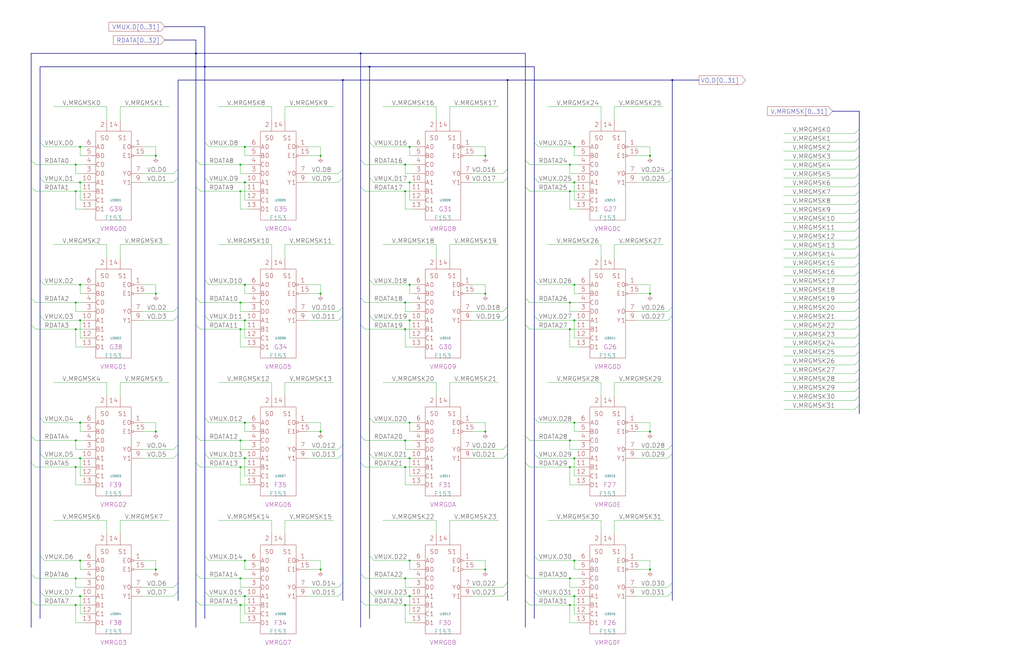
<source format=kicad_sch>
(kicad_sch (version 20211123) (generator eeschema)
  (paper "User" 584.2 378.46)
  (title_block (title "MERGER / VALUE HALF MSB'S") (date "20-MAR-90") (rev "1.0") (comment 1 "FIU") (comment 2 "232-003065") (comment 3 "S400") (comment 4 "RELEASED"))
  (junction (at 325.12 330.2))
  (junction (at 88.9 167.64))
  (junction (at 139.7 162.56))
  (junction (at 45.72 320.04))
  (junction (at 195.58 45.72))
  (junction (at 233.68 162.56))
  (junction (at 325.12 187.96))
  (junction (at 233.68 320.04))
  (junction (at 43.18 187.96))
  (junction (at 383.54 45.72))
  (junction (at 325.12 93.98))
  (junction (at 233.68 83.82))
  (junction (at 231.14 93.98))
  (junction (at 276.86 88.9))
  (junction (at 139.7 83.82))
  (junction (at 276.86 167.64))
  (junction (at 233.68 182.88))
  (junction (at 327.66 162.56))
  (junction (at 137.16 93.98))
  (junction (at 45.72 162.56))
  (junction (at 43.18 109.22))
  (junction (at 116.84 38.1))
  (junction (at 325.12 172.72))
  (junction (at 43.18 172.72))
  (junction (at 137.16 172.72))
  (junction (at 43.18 345.44))
  (junction (at 325.12 345.44))
  (junction (at 182.88 167.64))
  (junction (at 139.7 104.14))
  (junction (at 43.18 266.7))
  (junction (at 88.9 325.12))
  (junction (at 137.16 187.96))
  (junction (at 370.84 246.38))
  (junction (at 137.16 330.2))
  (junction (at 139.7 261.62))
  (junction (at 137.16 251.46))
  (junction (at 139.7 182.88))
  (junction (at 231.14 330.2))
  (junction (at 139.7 320.04))
  (junction (at 137.16 266.7))
  (junction (at 327.66 241.3))
  (junction (at 233.68 241.3))
  (junction (at 370.84 325.12))
  (junction (at 139.7 241.3))
  (junction (at 45.72 104.14))
  (junction (at 231.14 172.72))
  (junction (at 45.72 83.82))
  (junction (at 231.14 251.46))
  (junction (at 182.88 325.12))
  (junction (at 231.14 266.7))
  (junction (at 325.12 109.22))
  (junction (at 182.88 88.9))
  (junction (at 231.14 345.44))
  (junction (at 370.84 167.64))
  (junction (at 45.72 261.62))
  (junction (at 327.66 182.88))
  (junction (at 325.12 251.46))
  (junction (at 43.18 330.2))
  (junction (at 276.86 246.38))
  (junction (at 327.66 83.82))
  (junction (at 137.16 109.22))
  (junction (at 370.84 88.9))
  (junction (at 111.76 30.48))
  (junction (at 233.68 104.14))
  (junction (at 45.72 241.3))
  (junction (at 88.9 246.38))
  (junction (at 327.66 340.36))
  (junction (at 276.86 325.12))
  (junction (at 327.66 261.62))
  (junction (at 45.72 182.88))
  (junction (at 231.14 109.22))
  (junction (at 327.66 320.04))
  (junction (at 43.18 251.46))
  (junction (at 205.74 30.48))
  (junction (at 289.56 45.72))
  (junction (at 233.68 261.62))
  (junction (at 233.68 340.36))
  (junction (at 182.88 246.38))
  (junction (at 231.14 187.96))
  (junction (at 88.9 88.9))
  (junction (at 139.7 340.36))
  (junction (at 137.16 345.44))
  (junction (at 327.66 104.14))
  (junction (at 210.82 38.1))
  (junction (at 43.18 93.98))
  (junction (at 45.72 340.36))
  (junction (at 325.12 266.7))
  (bus_entry (at 195.58 96.52) (size -2.54 2.54))
  (bus_entry (at 22.86 180.34) (size 2.54 2.54))
  (bus_entry (at 299.72 342.9) (size 2.54 2.54))
  (bus_entry (at 17.78 185.42) (size 2.54 2.54))
  (bus_entry (at 383.54 337.82) (size -2.54 2.54))
  (bus_entry (at 111.76 170.18) (size 2.54 2.54))
  (bus_entry (at 205.74 248.92) (size 2.54 2.54))
  (bus_entry (at 210.82 180.34) (size 2.54 2.54))
  (bus_entry (at 490.22 200.66) (size -2.54 2.54))
  (bus_entry (at 289.56 101.6) (size -2.54 2.54))
  (bus_entry (at 490.22 160.02) (size -2.54 2.54))
  (bus_entry (at 22.86 317.5) (size 2.54 2.54))
  (bus_entry (at 289.56 254) (size -2.54 2.54))
  (bus_entry (at 111.76 327.66) (size 2.54 2.54))
  (bus_entry (at 304.8 259.08) (size 2.54 2.54))
  (bus_entry (at 116.84 317.5) (size 2.54 2.54))
  (bus_entry (at 17.78 106.68) (size 2.54 2.54))
  (bus_entry (at 116.84 259.08) (size 2.54 2.54))
  (bus_entry (at 383.54 96.52) (size -2.54 2.54))
  (bus_entry (at 304.8 180.34) (size 2.54 2.54))
  (bus_entry (at 116.84 337.82) (size 2.54 2.54))
  (bus_entry (at 490.22 104.14) (size -2.54 2.54))
  (bus_entry (at 490.22 114.3) (size -2.54 2.54))
  (bus_entry (at 116.84 160.02) (size 2.54 2.54))
  (bus_entry (at 490.22 73.66) (size -2.54 2.54))
  (bus_entry (at 101.6 180.34) (size -2.54 2.54))
  (bus_entry (at 205.74 185.42) (size 2.54 2.54))
  (bus_entry (at 289.56 337.82) (size -2.54 2.54))
  (bus_entry (at 111.76 91.44) (size 2.54 2.54))
  (bus_entry (at 490.22 195.58) (size -2.54 2.54))
  (bus_entry (at 490.22 129.54) (size -2.54 2.54))
  (bus_entry (at 490.22 215.9) (size -2.54 2.54))
  (bus_entry (at 490.22 165.1) (size -2.54 2.54))
  (bus_entry (at 490.22 109.22) (size -2.54 2.54))
  (bus_entry (at 101.6 175.26) (size -2.54 2.54))
  (bus_entry (at 490.22 220.98) (size -2.54 2.54))
  (bus_entry (at 101.6 101.6) (size -2.54 2.54))
  (bus_entry (at 289.56 96.52) (size -2.54 2.54))
  (bus_entry (at 299.72 264.16) (size 2.54 2.54))
  (bus_entry (at 22.86 337.82) (size 2.54 2.54))
  (bus_entry (at 490.22 185.42) (size -2.54 2.54))
  (bus_entry (at 210.82 101.6) (size 2.54 2.54))
  (bus_entry (at 490.22 83.82) (size -2.54 2.54))
  (bus_entry (at 22.86 101.6) (size 2.54 2.54))
  (bus_entry (at 289.56 175.26) (size -2.54 2.54))
  (bus_entry (at 17.78 342.9) (size 2.54 2.54))
  (bus_entry (at 490.22 119.38) (size -2.54 2.54))
  (bus_entry (at 111.76 264.16) (size 2.54 2.54))
  (bus_entry (at 205.74 342.9) (size 2.54 2.54))
  (bus_entry (at 17.78 327.66) (size 2.54 2.54))
  (bus_entry (at 299.72 91.44) (size 2.54 2.54))
  (bus_entry (at 17.78 170.18) (size 2.54 2.54))
  (bus_entry (at 195.58 175.26) (size -2.54 2.54))
  (bus_entry (at 304.8 160.02) (size 2.54 2.54))
  (bus_entry (at 116.84 180.34) (size 2.54 2.54))
  (bus_entry (at 289.56 259.08) (size -2.54 2.54))
  (bus_entry (at 383.54 254) (size -2.54 2.54))
  (bus_entry (at 205.74 264.16) (size 2.54 2.54))
  (bus_entry (at 490.22 93.98) (size -2.54 2.54))
  (bus_entry (at 304.8 101.6) (size 2.54 2.54))
  (bus_entry (at 210.82 259.08) (size 2.54 2.54))
  (bus_entry (at 116.84 81.28) (size 2.54 2.54))
  (bus_entry (at 22.86 160.02) (size 2.54 2.54))
  (bus_entry (at 17.78 91.44) (size 2.54 2.54))
  (bus_entry (at 299.72 248.92) (size 2.54 2.54))
  (bus_entry (at 289.56 180.34) (size -2.54 2.54))
  (bus_entry (at 205.74 106.68) (size 2.54 2.54))
  (bus_entry (at 490.22 170.18) (size -2.54 2.54))
  (bus_entry (at 490.22 78.74) (size -2.54 2.54))
  (bus_entry (at 490.22 175.26) (size -2.54 2.54))
  (bus_entry (at 490.22 88.9) (size -2.54 2.54))
  (bus_entry (at 289.56 332.74) (size -2.54 2.54))
  (bus_entry (at 116.84 101.6) (size 2.54 2.54))
  (bus_entry (at 210.82 238.76) (size 2.54 2.54))
  (bus_entry (at 210.82 160.02) (size 2.54 2.54))
  (bus_entry (at 490.22 190.5) (size -2.54 2.54))
  (bus_entry (at 101.6 96.52) (size -2.54 2.54))
  (bus_entry (at 116.84 238.76) (size 2.54 2.54))
  (bus_entry (at 210.82 81.28) (size 2.54 2.54))
  (bus_entry (at 383.54 259.08) (size -2.54 2.54))
  (bus_entry (at 490.22 144.78) (size -2.54 2.54))
  (bus_entry (at 304.8 317.5) (size 2.54 2.54))
  (bus_entry (at 22.86 238.76) (size 2.54 2.54))
  (bus_entry (at 383.54 101.6) (size -2.54 2.54))
  (bus_entry (at 304.8 337.82) (size 2.54 2.54))
  (bus_entry (at 299.72 170.18) (size 2.54 2.54))
  (bus_entry (at 299.72 185.42) (size 2.54 2.54))
  (bus_entry (at 111.76 248.92) (size 2.54 2.54))
  (bus_entry (at 490.22 210.82) (size -2.54 2.54))
  (bus_entry (at 490.22 226.06) (size -2.54 2.54))
  (bus_entry (at 490.22 231.14) (size -2.54 2.54))
  (bus_entry (at 205.74 170.18) (size 2.54 2.54))
  (bus_entry (at 490.22 149.86) (size -2.54 2.54))
  (bus_entry (at 195.58 259.08) (size -2.54 2.54))
  (bus_entry (at 383.54 332.74) (size -2.54 2.54))
  (bus_entry (at 299.72 327.66) (size 2.54 2.54))
  (bus_entry (at 111.76 106.68) (size 2.54 2.54))
  (bus_entry (at 490.22 154.94) (size -2.54 2.54))
  (bus_entry (at 17.78 264.16) (size 2.54 2.54))
  (bus_entry (at 490.22 99.06) (size -2.54 2.54))
  (bus_entry (at 205.74 327.66) (size 2.54 2.54))
  (bus_entry (at 383.54 175.26) (size -2.54 2.54))
  (bus_entry (at 101.6 337.82) (size -2.54 2.54))
  (bus_entry (at 210.82 317.5) (size 2.54 2.54))
  (bus_entry (at 195.58 337.82) (size -2.54 2.54))
  (bus_entry (at 490.22 205.74) (size -2.54 2.54))
  (bus_entry (at 17.78 248.92) (size 2.54 2.54))
  (bus_entry (at 22.86 81.28) (size 2.54 2.54))
  (bus_entry (at 490.22 134.62) (size -2.54 2.54))
  (bus_entry (at 195.58 101.6) (size -2.54 2.54))
  (bus_entry (at 111.76 342.9) (size 2.54 2.54))
  (bus_entry (at 205.74 91.44) (size 2.54 2.54))
  (bus_entry (at 210.82 337.82) (size 2.54 2.54))
  (bus_entry (at 101.6 254) (size -2.54 2.54))
  (bus_entry (at 490.22 124.46) (size -2.54 2.54))
  (bus_entry (at 299.72 106.68) (size 2.54 2.54))
  (bus_entry (at 304.8 238.76) (size 2.54 2.54))
  (bus_entry (at 101.6 332.74) (size -2.54 2.54))
  (bus_entry (at 383.54 180.34) (size -2.54 2.54))
  (bus_entry (at 101.6 259.08) (size -2.54 2.54))
  (bus_entry (at 22.86 259.08) (size 2.54 2.54))
  (bus_entry (at 111.76 185.42) (size 2.54 2.54))
  (bus_entry (at 304.8 81.28) (size 2.54 2.54))
  (bus_entry (at 195.58 332.74) (size -2.54 2.54))
  (bus_entry (at 195.58 254) (size -2.54 2.54))
  (bus_entry (at 490.22 139.7) (size -2.54 2.54))
  (bus_entry (at 195.58 180.34) (size -2.54 2.54))
  (bus_entry (at 490.22 180.34) (size -2.54 2.54))
  (wire (pts (xy 342.9 304.8) (xy 342.9 297.18)))
  (wire (pts (xy 236.22 271.78) (xy 233.68 271.78)))
  (wire (pts (xy 88.9 83.82) (xy 88.9 88.9)))
  (wire (pts (xy 25.4 83.82) (xy 45.72 83.82)))
  (wire (pts (xy 330.2 167.64) (xy 327.66 167.64)))
  (wire (pts (xy 269.24 335.28) (xy 287.02 335.28)))
  (bus (pts (xy 195.58 96.52) (xy 195.58 101.6)))
  (wire (pts (xy 119.38 104.14) (xy 139.7 104.14)))
  (wire (pts (xy 233.68 167.64) (xy 233.68 162.56)))
  (bus (pts (xy 490.22 99.06) (xy 490.22 104.14)))
  (bus (pts (xy 289.56 259.08) (xy 289.56 332.74)))
  (wire (pts (xy 88.9 241.3) (xy 88.9 246.38)))
  (bus (pts (xy 17.78 185.42) (xy 17.78 248.92)))
  (wire (pts (xy 142.24 355.6) (xy 137.16 355.6)))
  (wire (pts (xy 447.04 177.8) (xy 487.68 177.8)))
  (bus (pts (xy 205.74 327.66) (xy 205.74 342.9)))
  (wire (pts (xy 137.16 172.72) (xy 142.24 172.72)))
  (wire (pts (xy 137.16 93.98) (xy 142.24 93.98)))
  (wire (pts (xy 447.04 142.24) (xy 487.68 142.24)))
  (wire (pts (xy 45.72 241.3) (xy 48.26 241.3)))
  (wire (pts (xy 48.26 271.78) (xy 45.72 271.78)))
  (bus (pts (xy 490.22 154.94) (xy 490.22 160.02)))
  (bus (pts (xy 195.58 101.6) (xy 195.58 175.26)))
  (wire (pts (xy 307.34 182.88) (xy 327.66 182.88)))
  (wire (pts (xy 312.42 139.7) (xy 342.9 139.7)))
  (bus (pts (xy 210.82 160.02) (xy 210.82 180.34)))
  (bus (pts (xy 195.58 259.08) (xy 195.58 332.74)))
  (wire (pts (xy 447.04 218.44) (xy 487.68 218.44)))
  (wire (pts (xy 231.14 119.38) (xy 231.14 109.22)))
  (bus (pts (xy 22.86 180.34) (xy 22.86 238.76)))
  (bus (pts (xy 17.78 91.44) (xy 17.78 106.68)))
  (wire (pts (xy 20.32 93.98) (xy 43.18 93.98)))
  (wire (pts (xy 363.22 340.36) (xy 381 340.36)))
  (wire (pts (xy 137.16 187.96) (xy 142.24 187.96)))
  (wire (pts (xy 233.68 182.88) (xy 236.22 182.88)))
  (wire (pts (xy 175.26 256.54) (xy 193.04 256.54)))
  (wire (pts (xy 114.3 109.22) (xy 137.16 109.22)))
  (wire (pts (xy 208.28 93.98) (xy 231.14 93.98)))
  (wire (pts (xy 213.36 104.14) (xy 233.68 104.14)))
  (wire (pts (xy 342.9 226.06) (xy 342.9 218.44)))
  (wire (pts (xy 81.28 88.9) (xy 88.9 88.9)))
  (wire (pts (xy 208.28 187.96) (xy 231.14 187.96)))
  (wire (pts (xy 68.58 304.8) (xy 68.58 297.18)))
  (wire (pts (xy 48.26 335.28) (xy 43.18 335.28)))
  (wire (pts (xy 48.26 246.38) (xy 45.72 246.38)))
  (bus (pts (xy 299.72 170.18) (xy 299.72 185.42)))
  (wire (pts (xy 43.18 345.44) (xy 48.26 345.44)))
  (wire (pts (xy 269.24 162.56) (xy 276.86 162.56)))
  (wire (pts (xy 330.2 256.54) (xy 325.12 256.54)))
  (wire (pts (xy 114.3 345.44) (xy 137.16 345.44)))
  (wire (pts (xy 20.32 109.22) (xy 43.18 109.22)))
  (bus (pts (xy 205.74 342.9) (xy 205.74 358.14)))
  (wire (pts (xy 208.28 330.2) (xy 231.14 330.2)))
  (bus (pts (xy 299.72 342.9) (xy 299.72 358.14)))
  (wire (pts (xy 447.04 228.6) (xy 487.68 228.6)))
  (bus (pts (xy 22.86 38.1) (xy 22.86 81.28)))
  (bus (pts (xy 383.54 96.52) (xy 383.54 101.6)))
  (wire (pts (xy 139.7 340.36) (xy 142.24 340.36)))
  (wire (pts (xy 447.04 167.64) (xy 487.68 167.64)))
  (wire (pts (xy 231.14 251.46) (xy 236.22 251.46)))
  (wire (pts (xy 233.68 193.04) (xy 233.68 182.88)))
  (wire (pts (xy 363.22 104.14) (xy 381 104.14)))
  (bus (pts (xy 490.22 73.66) (xy 490.22 78.74)))
  (wire (pts (xy 43.18 198.12) (xy 43.18 187.96)))
  (wire (pts (xy 20.32 345.44) (xy 43.18 345.44)))
  (bus (pts (xy 210.82 259.08) (xy 210.82 317.5)))
  (bus (pts (xy 195.58 337.82) (xy 195.58 342.9)))
  (wire (pts (xy 447.04 91.44) (xy 487.68 91.44)))
  (wire (pts (xy 88.9 162.56) (xy 88.9 167.64)))
  (wire (pts (xy 256.54 139.7) (xy 284.48 139.7)))
  (wire (pts (xy 236.22 335.28) (xy 231.14 335.28)))
  (wire (pts (xy 327.66 83.82) (xy 330.2 83.82)))
  (wire (pts (xy 43.18 330.2) (xy 48.26 330.2)))
  (wire (pts (xy 327.66 193.04) (xy 327.66 182.88)))
  (wire (pts (xy 236.22 256.54) (xy 231.14 256.54)))
  (wire (pts (xy 447.04 111.76) (xy 487.68 111.76)))
  (wire (pts (xy 327.66 246.38) (xy 327.66 241.3)))
  (wire (pts (xy 81.28 261.62) (xy 99.06 261.62)))
  (wire (pts (xy 119.38 83.82) (xy 139.7 83.82)))
  (wire (pts (xy 302.26 172.72) (xy 325.12 172.72)))
  (wire (pts (xy 350.52 226.06) (xy 350.52 218.44)))
  (wire (pts (xy 327.66 104.14) (xy 330.2 104.14)))
  (wire (pts (xy 137.16 109.22) (xy 142.24 109.22)))
  (wire (pts (xy 175.26 88.9) (xy 182.88 88.9)))
  (wire (pts (xy 447.04 132.08) (xy 487.68 132.08)))
  (bus (pts (xy 490.22 210.82) (xy 490.22 215.9)))
  (wire (pts (xy 142.24 276.86) (xy 137.16 276.86)))
  (wire (pts (xy 213.36 83.82) (xy 233.68 83.82)))
  (wire (pts (xy 139.7 350.52) (xy 139.7 340.36)))
  (bus (pts (xy 111.76 185.42) (xy 111.76 248.92)))
  (wire (pts (xy 325.12 198.12) (xy 325.12 187.96)))
  (wire (pts (xy 447.04 208.28) (xy 487.68 208.28)))
  (wire (pts (xy 45.72 83.82) (xy 48.26 83.82)))
  (wire (pts (xy 162.56 60.96) (xy 190.5 60.96)))
  (wire (pts (xy 142.24 246.38) (xy 139.7 246.38)))
  (wire (pts (xy 139.7 114.3) (xy 139.7 104.14)))
  (bus (pts (xy 490.22 220.98) (xy 490.22 226.06)))
  (bus (pts (xy 289.56 45.72) (xy 289.56 96.52)))
  (bus (pts (xy 289.56 175.26) (xy 289.56 180.34)))
  (wire (pts (xy 162.56 147.32) (xy 162.56 139.7)))
  (bus (pts (xy 383.54 259.08) (xy 383.54 332.74)))
  (wire (pts (xy 175.26 162.56) (xy 182.88 162.56)))
  (bus (pts (xy 116.84 81.28) (xy 116.84 101.6)))
  (wire (pts (xy 48.26 350.52) (xy 45.72 350.52)))
  (wire (pts (xy 330.2 246.38) (xy 327.66 246.38)))
  (wire (pts (xy 327.66 114.3) (xy 327.66 104.14)))
  (wire (pts (xy 162.56 226.06) (xy 162.56 218.44)))
  (wire (pts (xy 162.56 68.58) (xy 162.56 60.96)))
  (wire (pts (xy 233.68 320.04) (xy 236.22 320.04)))
  (wire (pts (xy 43.18 355.6) (xy 43.18 345.44)))
  (wire (pts (xy 154.94 304.8) (xy 154.94 297.18)))
  (bus (pts (xy 93.98 22.86) (xy 111.76 22.86)))
  (bus (pts (xy 111.76 327.66) (xy 111.76 342.9)))
  (wire (pts (xy 325.12 251.46) (xy 330.2 251.46)))
  (wire (pts (xy 139.7 162.56) (xy 142.24 162.56)))
  (wire (pts (xy 312.42 60.96) (xy 342.9 60.96)))
  (bus (pts (xy 383.54 101.6) (xy 383.54 175.26)))
  (wire (pts (xy 327.66 261.62) (xy 330.2 261.62)))
  (wire (pts (xy 68.58 226.06) (xy 68.58 218.44)))
  (wire (pts (xy 236.22 99.06) (xy 231.14 99.06)))
  (wire (pts (xy 233.68 340.36) (xy 236.22 340.36)))
  (bus (pts (xy 383.54 175.26) (xy 383.54 180.34)))
  (wire (pts (xy 175.26 261.62) (xy 193.04 261.62)))
  (bus (pts (xy 474.98 63.5) (xy 490.22 63.5)))
  (wire (pts (xy 447.04 121.92) (xy 487.68 121.92)))
  (wire (pts (xy 25.4 320.04) (xy 45.72 320.04)))
  (bus (pts (xy 490.22 119.38) (xy 490.22 124.46)))
  (bus (pts (xy 93.98 15.24) (xy 116.84 15.24)))
  (wire (pts (xy 142.24 167.64) (xy 139.7 167.64)))
  (bus (pts (xy 210.82 38.1) (xy 210.82 81.28)))
  (wire (pts (xy 81.28 256.54) (xy 99.06 256.54)))
  (bus (pts (xy 304.8 38.1) (xy 304.8 81.28)))
  (wire (pts (xy 231.14 99.06) (xy 231.14 93.98)))
  (bus (pts (xy 22.86 317.5) (xy 22.86 337.82)))
  (bus (pts (xy 205.74 185.42) (xy 205.74 248.92)))
  (bus (pts (xy 22.86 238.76) (xy 22.86 259.08)))
  (bus (pts (xy 17.78 248.92) (xy 17.78 264.16)))
  (wire (pts (xy 325.12 276.86) (xy 325.12 266.7)))
  (bus (pts (xy 111.76 248.92) (xy 111.76 264.16)))
  (wire (pts (xy 256.54 226.06) (xy 256.54 218.44)))
  (wire (pts (xy 447.04 137.16) (xy 487.68 137.16)))
  (wire (pts (xy 119.38 182.88) (xy 139.7 182.88)))
  (bus (pts (xy 490.22 63.5) (xy 490.22 73.66)))
  (wire (pts (xy 269.24 340.36) (xy 287.02 340.36)))
  (wire (pts (xy 68.58 297.18) (xy 96.52 297.18)))
  (bus (pts (xy 205.74 264.16) (xy 205.74 327.66)))
  (bus (pts (xy 116.84 238.76) (xy 116.84 259.08)))
  (wire (pts (xy 119.38 261.62) (xy 139.7 261.62)))
  (bus (pts (xy 490.22 149.86) (xy 490.22 154.94)))
  (wire (pts (xy 447.04 86.36) (xy 487.68 86.36)))
  (wire (pts (xy 447.04 213.36) (xy 487.68 213.36)))
  (wire (pts (xy 142.24 88.9) (xy 139.7 88.9)))
  (wire (pts (xy 276.86 241.3) (xy 276.86 246.38)))
  (wire (pts (xy 139.7 104.14) (xy 142.24 104.14)))
  (wire (pts (xy 45.72 340.36) (xy 48.26 340.36)))
  (bus (pts (xy 22.86 38.1) (xy 116.84 38.1)))
  (bus (pts (xy 210.82 180.34) (xy 210.82 238.76)))
  (bus (pts (xy 490.22 134.62) (xy 490.22 139.7)))
  (wire (pts (xy 182.88 320.04) (xy 182.88 325.12)))
  (wire (pts (xy 48.26 276.86) (xy 43.18 276.86)))
  (bus (pts (xy 101.6 332.74) (xy 101.6 337.82)))
  (wire (pts (xy 208.28 109.22) (xy 231.14 109.22)))
  (wire (pts (xy 269.24 104.14) (xy 287.02 104.14)))
  (wire (pts (xy 363.22 162.56) (xy 370.84 162.56)))
  (bus (pts (xy 22.86 101.6) (xy 22.86 160.02)))
  (wire (pts (xy 447.04 172.72) (xy 487.68 172.72)))
  (wire (pts (xy 68.58 139.7) (xy 96.52 139.7)))
  (bus (pts (xy 101.6 45.72) (xy 101.6 96.52)))
  (wire (pts (xy 25.4 241.3) (xy 45.72 241.3)))
  (wire (pts (xy 231.14 177.8) (xy 231.14 172.72)))
  (wire (pts (xy 233.68 88.9) (xy 233.68 83.82)))
  (bus (pts (xy 116.84 317.5) (xy 116.84 337.82)))
  (wire (pts (xy 256.54 60.96) (xy 284.48 60.96)))
  (wire (pts (xy 88.9 320.04) (xy 88.9 325.12)))
  (bus (pts (xy 210.82 38.1) (xy 304.8 38.1)))
  (wire (pts (xy 447.04 203.2) (xy 487.68 203.2)))
  (wire (pts (xy 325.12 266.7) (xy 330.2 266.7)))
  (wire (pts (xy 114.3 172.72) (xy 137.16 172.72)))
  (wire (pts (xy 43.18 99.06) (xy 43.18 93.98)))
  (wire (pts (xy 119.38 162.56) (xy 139.7 162.56)))
  (wire (pts (xy 48.26 193.04) (xy 45.72 193.04)))
  (bus (pts (xy 116.84 337.82) (xy 116.84 353.06)))
  (wire (pts (xy 119.38 340.36) (xy 139.7 340.36)))
  (wire (pts (xy 137.16 335.28) (xy 137.16 330.2)))
  (wire (pts (xy 248.92 68.58) (xy 248.92 60.96)))
  (wire (pts (xy 307.34 340.36) (xy 327.66 340.36)))
  (wire (pts (xy 330.2 276.86) (xy 325.12 276.86)))
  (bus (pts (xy 490.22 139.7) (xy 490.22 144.78)))
  (wire (pts (xy 137.16 345.44) (xy 142.24 345.44)))
  (wire (pts (xy 162.56 304.8) (xy 162.56 297.18)))
  (wire (pts (xy 162.56 218.44) (xy 190.5 218.44)))
  (bus (pts (xy 116.84 38.1) (xy 116.84 81.28)))
  (wire (pts (xy 325.12 187.96) (xy 330.2 187.96)))
  (bus (pts (xy 22.86 81.28) (xy 22.86 101.6)))
  (wire (pts (xy 370.84 320.04) (xy 370.84 325.12)))
  (wire (pts (xy 137.16 251.46) (xy 142.24 251.46)))
  (wire (pts (xy 81.28 182.88) (xy 99.06 182.88)))
  (wire (pts (xy 43.18 109.22) (xy 48.26 109.22)))
  (wire (pts (xy 325.12 99.06) (xy 325.12 93.98)))
  (wire (pts (xy 248.92 226.06) (xy 248.92 218.44)))
  (wire (pts (xy 142.24 114.3) (xy 139.7 114.3)))
  (wire (pts (xy 81.28 167.64) (xy 88.9 167.64)))
  (wire (pts (xy 231.14 109.22) (xy 236.22 109.22)))
  (bus (pts (xy 304.8 160.02) (xy 304.8 180.34)))
  (wire (pts (xy 218.44 60.96) (xy 248.92 60.96)))
  (wire (pts (xy 175.26 241.3) (xy 182.88 241.3)))
  (wire (pts (xy 175.26 325.12) (xy 182.88 325.12)))
  (wire (pts (xy 302.26 109.22) (xy 325.12 109.22)))
  (wire (pts (xy 137.16 119.38) (xy 137.16 109.22)))
  (bus (pts (xy 490.22 93.98) (xy 490.22 99.06)))
  (wire (pts (xy 307.34 162.56) (xy 327.66 162.56)))
  (bus (pts (xy 383.54 45.72) (xy 383.54 96.52)))
  (wire (pts (xy 269.24 167.64) (xy 276.86 167.64)))
  (wire (pts (xy 236.22 325.12) (xy 233.68 325.12)))
  (bus (pts (xy 304.8 238.76) (xy 304.8 259.08)))
  (wire (pts (xy 162.56 139.7) (xy 190.5 139.7)))
  (wire (pts (xy 302.26 93.98) (xy 325.12 93.98)))
  (wire (pts (xy 137.16 256.54) (xy 137.16 251.46)))
  (wire (pts (xy 48.26 355.6) (xy 43.18 355.6)))
  (bus (pts (xy 490.22 124.46) (xy 490.22 129.54)))
  (wire (pts (xy 447.04 76.2) (xy 487.68 76.2)))
  (bus (pts (xy 490.22 226.06) (xy 490.22 231.14)))
  (bus (pts (xy 101.6 96.52) (xy 101.6 101.6)))
  (wire (pts (xy 342.9 147.32) (xy 342.9 139.7)))
  (wire (pts (xy 213.36 320.04) (xy 233.68 320.04)))
  (wire (pts (xy 447.04 127) (xy 487.68 127)))
  (bus (pts (xy 116.84 180.34) (xy 116.84 238.76)))
  (wire (pts (xy 231.14 266.7) (xy 236.22 266.7)))
  (wire (pts (xy 43.18 266.7) (xy 48.26 266.7)))
  (wire (pts (xy 447.04 106.68) (xy 487.68 106.68)))
  (wire (pts (xy 302.26 345.44) (xy 325.12 345.44)))
  (wire (pts (xy 325.12 345.44) (xy 330.2 345.44)))
  (wire (pts (xy 330.2 355.6) (xy 325.12 355.6)))
  (wire (pts (xy 154.94 226.06) (xy 154.94 218.44)))
  (wire (pts (xy 363.22 261.62) (xy 381 261.62)))
  (bus (pts (xy 111.76 30.48) (xy 111.76 91.44)))
  (bus (pts (xy 490.22 104.14) (xy 490.22 109.22)))
  (wire (pts (xy 30.48 139.7) (xy 60.96 139.7)))
  (wire (pts (xy 269.24 241.3) (xy 276.86 241.3)))
  (bus (pts (xy 116.84 15.24) (xy 116.84 38.1)))
  (wire (pts (xy 137.16 266.7) (xy 142.24 266.7)))
  (wire (pts (xy 81.28 162.56) (xy 88.9 162.56)))
  (bus (pts (xy 22.86 160.02) (xy 22.86 180.34)))
  (wire (pts (xy 175.26 167.64) (xy 182.88 167.64)))
  (wire (pts (xy 233.68 83.82) (xy 236.22 83.82)))
  (wire (pts (xy 307.34 320.04) (xy 327.66 320.04)))
  (bus (pts (xy 116.84 160.02) (xy 116.84 180.34)))
  (wire (pts (xy 307.34 83.82) (xy 327.66 83.82)))
  (wire (pts (xy 68.58 60.96) (xy 96.52 60.96)))
  (bus (pts (xy 210.82 101.6) (xy 210.82 160.02)))
  (bus (pts (xy 299.72 91.44) (xy 299.72 106.68)))
  (wire (pts (xy 208.28 266.7) (xy 231.14 266.7)))
  (bus (pts (xy 210.82 337.82) (xy 210.82 353.06)))
  (bus (pts (xy 116.84 38.1) (xy 210.82 38.1)))
  (bus (pts (xy 490.22 109.22) (xy 490.22 114.3)))
  (wire (pts (xy 48.26 325.12) (xy 45.72 325.12)))
  (wire (pts (xy 370.84 162.56) (xy 370.84 167.64)))
  (wire (pts (xy 25.4 162.56) (xy 45.72 162.56)))
  (bus (pts (xy 299.72 264.16) (xy 299.72 327.66)))
  (wire (pts (xy 330.2 350.52) (xy 327.66 350.52)))
  (wire (pts (xy 25.4 261.62) (xy 45.72 261.62)))
  (wire (pts (xy 302.26 330.2) (xy 325.12 330.2)))
  (wire (pts (xy 43.18 335.28) (xy 43.18 330.2)))
  (wire (pts (xy 325.12 177.8) (xy 325.12 172.72)))
  (wire (pts (xy 68.58 68.58) (xy 68.58 60.96)))
  (wire (pts (xy 269.24 182.88) (xy 287.02 182.88)))
  (wire (pts (xy 363.22 241.3) (xy 370.84 241.3)))
  (wire (pts (xy 370.84 83.82) (xy 370.84 88.9)))
  (wire (pts (xy 175.26 99.06) (xy 193.04 99.06)))
  (wire (pts (xy 363.22 167.64) (xy 370.84 167.64)))
  (wire (pts (xy 330.2 198.12) (xy 325.12 198.12)))
  (wire (pts (xy 269.24 99.06) (xy 287.02 99.06)))
  (wire (pts (xy 68.58 147.32) (xy 68.58 139.7)))
  (bus (pts (xy 116.84 101.6) (xy 116.84 160.02)))
  (bus (pts (xy 205.74 91.44) (xy 205.74 106.68)))
  (wire (pts (xy 139.7 325.12) (xy 139.7 320.04)))
  (wire (pts (xy 139.7 241.3) (xy 142.24 241.3)))
  (wire (pts (xy 25.4 340.36) (xy 45.72 340.36)))
  (wire (pts (xy 248.92 304.8) (xy 248.92 297.18)))
  (wire (pts (xy 447.04 147.32) (xy 487.68 147.32)))
  (wire (pts (xy 137.16 276.86) (xy 137.16 266.7)))
  (wire (pts (xy 248.92 147.32) (xy 248.92 139.7)))
  (wire (pts (xy 302.26 251.46) (xy 325.12 251.46)))
  (wire (pts (xy 175.26 182.88) (xy 193.04 182.88)))
  (wire (pts (xy 139.7 320.04) (xy 142.24 320.04)))
  (wire (pts (xy 447.04 152.4) (xy 487.68 152.4)))
  (bus (pts (xy 289.56 101.6) (xy 289.56 175.26)))
  (wire (pts (xy 233.68 271.78) (xy 233.68 261.62)))
  (wire (pts (xy 114.3 330.2) (xy 137.16 330.2)))
  (wire (pts (xy 236.22 276.86) (xy 231.14 276.86)))
  (bus (pts (xy 299.72 327.66) (xy 299.72 342.9)))
  (wire (pts (xy 231.14 330.2) (xy 236.22 330.2)))
  (wire (pts (xy 233.68 162.56) (xy 236.22 162.56)))
  (wire (pts (xy 213.36 340.36) (xy 233.68 340.36)))
  (wire (pts (xy 269.24 88.9) (xy 276.86 88.9)))
  (wire (pts (xy 175.26 246.38) (xy 182.88 246.38)))
  (wire (pts (xy 363.22 83.82) (xy 370.84 83.82)))
  (wire (pts (xy 325.12 355.6) (xy 325.12 345.44)))
  (wire (pts (xy 307.34 261.62) (xy 327.66 261.62)))
  (bus (pts (xy 111.76 170.18) (xy 111.76 185.42)))
  (bus (pts (xy 299.72 106.68) (xy 299.72 170.18)))
  (bus (pts (xy 22.86 259.08) (xy 22.86 317.5)))
  (wire (pts (xy 342.9 68.58) (xy 342.9 60.96)))
  (wire (pts (xy 81.28 325.12) (xy 88.9 325.12)))
  (bus (pts (xy 383.54 180.34) (xy 383.54 254)))
  (bus (pts (xy 304.8 337.82) (xy 304.8 353.06)))
  (bus (pts (xy 195.58 254) (xy 195.58 259.08)))
  (wire (pts (xy 124.46 60.96) (xy 154.94 60.96)))
  (wire (pts (xy 81.28 104.14) (xy 99.06 104.14)))
  (bus (pts (xy 490.22 180.34) (xy 490.22 185.42)))
  (wire (pts (xy 45.72 167.64) (xy 45.72 162.56)))
  (bus (pts (xy 490.22 190.5) (xy 490.22 195.58)))
  (wire (pts (xy 269.24 261.62) (xy 287.02 261.62)))
  (bus (pts (xy 490.22 215.9) (xy 490.22 220.98)))
  (wire (pts (xy 327.66 167.64) (xy 327.66 162.56)))
  (wire (pts (xy 350.52 147.32) (xy 350.52 139.7)))
  (bus (pts (xy 490.22 170.18) (xy 490.22 175.26)))
  (wire (pts (xy 45.72 114.3) (xy 45.72 104.14)))
  (wire (pts (xy 142.24 256.54) (xy 137.16 256.54)))
  (bus (pts (xy 111.76 264.16) (xy 111.76 327.66)))
  (wire (pts (xy 233.68 241.3) (xy 236.22 241.3)))
  (wire (pts (xy 81.28 320.04) (xy 88.9 320.04)))
  (bus (pts (xy 101.6 254) (xy 101.6 259.08)))
  (bus (pts (xy 205.74 30.48) (xy 299.72 30.48)))
  (wire (pts (xy 213.36 241.3) (xy 233.68 241.3)))
  (wire (pts (xy 256.54 297.18) (xy 284.48 297.18)))
  (wire (pts (xy 81.28 335.28) (xy 99.06 335.28)))
  (wire (pts (xy 269.24 83.82) (xy 276.86 83.82)))
  (wire (pts (xy 137.16 177.8) (xy 137.16 172.72)))
  (bus (pts (xy 101.6 337.82) (xy 101.6 342.9)))
  (wire (pts (xy 269.24 325.12) (xy 276.86 325.12)))
  (wire (pts (xy 330.2 99.06) (xy 325.12 99.06)))
  (wire (pts (xy 447.04 187.96) (xy 487.68 187.96)))
  (wire (pts (xy 236.22 88.9) (xy 233.68 88.9)))
  (bus (pts (xy 289.56 180.34) (xy 289.56 254)))
  (wire (pts (xy 327.66 241.3) (xy 330.2 241.3)))
  (bus (pts (xy 205.74 248.92) (xy 205.74 264.16)))
  (bus (pts (xy 205.74 106.68) (xy 205.74 170.18)))
  (wire (pts (xy 142.24 177.8) (xy 137.16 177.8)))
  (wire (pts (xy 45.72 325.12) (xy 45.72 320.04)))
  (wire (pts (xy 256.54 218.44) (xy 284.48 218.44)))
  (wire (pts (xy 447.04 233.68) (xy 487.68 233.68)))
  (wire (pts (xy 43.18 172.72) (xy 48.26 172.72)))
  (wire (pts (xy 233.68 350.52) (xy 233.68 340.36)))
  (wire (pts (xy 350.52 60.96) (xy 378.46 60.96)))
  (bus (pts (xy 17.78 30.48) (xy 111.76 30.48)))
  (bus (pts (xy 22.86 337.82) (xy 22.86 353.06)))
  (wire (pts (xy 447.04 101.6) (xy 487.68 101.6)))
  (bus (pts (xy 383.54 45.72) (xy 398.78 45.72)))
  (bus (pts (xy 111.76 342.9) (xy 111.76 358.14)))
  (wire (pts (xy 330.2 271.78) (xy 327.66 271.78)))
  (wire (pts (xy 48.26 99.06) (xy 43.18 99.06)))
  (wire (pts (xy 182.88 241.3) (xy 182.88 246.38)))
  (wire (pts (xy 363.22 99.06) (xy 381 99.06)))
  (wire (pts (xy 447.04 162.56) (xy 487.68 162.56)))
  (bus (pts (xy 210.82 317.5) (xy 210.82 337.82)))
  (wire (pts (xy 233.68 114.3) (xy 233.68 104.14)))
  (wire (pts (xy 139.7 88.9) (xy 139.7 83.82)))
  (wire (pts (xy 142.24 193.04) (xy 139.7 193.04)))
  (wire (pts (xy 302.26 187.96) (xy 325.12 187.96)))
  (wire (pts (xy 363.22 325.12) (xy 370.84 325.12)))
  (wire (pts (xy 175.26 340.36) (xy 193.04 340.36)))
  (wire (pts (xy 231.14 93.98) (xy 236.22 93.98)))
  (bus (pts (xy 205.74 30.48) (xy 205.74 91.44)))
  (wire (pts (xy 43.18 276.86) (xy 43.18 266.7)))
  (wire (pts (xy 48.26 177.8) (xy 43.18 177.8)))
  (bus (pts (xy 205.74 170.18) (xy 205.74 185.42)))
  (wire (pts (xy 20.32 172.72) (xy 43.18 172.72)))
  (wire (pts (xy 175.26 320.04) (xy 182.88 320.04)))
  (wire (pts (xy 175.26 335.28) (xy 193.04 335.28)))
  (wire (pts (xy 325.12 330.2) (xy 330.2 330.2)))
  (wire (pts (xy 20.32 330.2) (xy 43.18 330.2)))
  (wire (pts (xy 350.52 218.44) (xy 378.46 218.44)))
  (wire (pts (xy 447.04 223.52) (xy 487.68 223.52)))
  (wire (pts (xy 330.2 193.04) (xy 327.66 193.04)))
  (bus (pts (xy 304.8 81.28) (xy 304.8 101.6)))
  (wire (pts (xy 231.14 172.72) (xy 236.22 172.72)))
  (wire (pts (xy 218.44 139.7) (xy 248.92 139.7)))
  (wire (pts (xy 48.26 114.3) (xy 45.72 114.3)))
  (wire (pts (xy 325.12 93.98) (xy 330.2 93.98)))
  (bus (pts (xy 490.22 83.82) (xy 490.22 88.9)))
  (wire (pts (xy 208.28 251.46) (xy 231.14 251.46)))
  (wire (pts (xy 447.04 81.28) (xy 487.68 81.28)))
  (wire (pts (xy 312.42 297.18) (xy 342.9 297.18)))
  (wire (pts (xy 81.28 83.82) (xy 88.9 83.82)))
  (wire (pts (xy 231.14 355.6) (xy 231.14 345.44)))
  (wire (pts (xy 124.46 218.44) (xy 154.94 218.44)))
  (wire (pts (xy 218.44 218.44) (xy 248.92 218.44)))
  (wire (pts (xy 370.84 241.3) (xy 370.84 246.38)))
  (wire (pts (xy 142.24 350.52) (xy 139.7 350.52)))
  (wire (pts (xy 213.36 261.62) (xy 233.68 261.62)))
  (bus (pts (xy 299.72 248.92) (xy 299.72 264.16)))
  (wire (pts (xy 45.72 88.9) (xy 45.72 83.82)))
  (wire (pts (xy 269.24 256.54) (xy 287.02 256.54)))
  (wire (pts (xy 325.12 119.38) (xy 325.12 109.22)))
  (wire (pts (xy 330.2 114.3) (xy 327.66 114.3)))
  (bus (pts (xy 383.54 332.74) (xy 383.54 337.82)))
  (wire (pts (xy 139.7 182.88) (xy 142.24 182.88)))
  (wire (pts (xy 20.32 266.7) (xy 43.18 266.7)))
  (bus (pts (xy 304.8 180.34) (xy 304.8 238.76)))
  (wire (pts (xy 231.14 335.28) (xy 231.14 330.2)))
  (wire (pts (xy 256.54 304.8) (xy 256.54 297.18)))
  (bus (pts (xy 383.54 254) (xy 383.54 259.08)))
  (wire (pts (xy 60.96 68.58) (xy 60.96 60.96)))
  (wire (pts (xy 236.22 198.12) (xy 231.14 198.12)))
  (wire (pts (xy 81.28 246.38) (xy 88.9 246.38)))
  (wire (pts (xy 139.7 271.78) (xy 139.7 261.62)))
  (wire (pts (xy 327.66 88.9) (xy 327.66 83.82)))
  (wire (pts (xy 325.12 335.28) (xy 325.12 330.2)))
  (bus (pts (xy 490.22 144.78) (xy 490.22 149.86)))
  (wire (pts (xy 236.22 246.38) (xy 233.68 246.38)))
  (wire (pts (xy 325.12 256.54) (xy 325.12 251.46)))
  (bus (pts (xy 195.58 332.74) (xy 195.58 337.82)))
  (wire (pts (xy 236.22 114.3) (xy 233.68 114.3)))
  (wire (pts (xy 43.18 187.96) (xy 48.26 187.96)))
  (wire (pts (xy 208.28 172.72) (xy 231.14 172.72)))
  (wire (pts (xy 276.86 83.82) (xy 276.86 88.9)))
  (wire (pts (xy 45.72 320.04) (xy 48.26 320.04)))
  (wire (pts (xy 48.26 256.54) (xy 43.18 256.54)))
  (wire (pts (xy 327.66 350.52) (xy 327.66 340.36)))
  (wire (pts (xy 137.16 198.12) (xy 137.16 187.96)))
  (wire (pts (xy 60.96 304.8) (xy 60.96 297.18)))
  (wire (pts (xy 447.04 96.52) (xy 487.68 96.52)))
  (wire (pts (xy 233.68 104.14) (xy 236.22 104.14)))
  (bus (pts (xy 195.58 45.72) (xy 289.56 45.72)))
  (wire (pts (xy 142.24 271.78) (xy 139.7 271.78)))
  (wire (pts (xy 48.26 198.12) (xy 43.18 198.12)))
  (wire (pts (xy 256.54 147.32) (xy 256.54 139.7)))
  (bus (pts (xy 289.56 96.52) (xy 289.56 101.6)))
  (wire (pts (xy 43.18 251.46) (xy 48.26 251.46)))
  (wire (pts (xy 330.2 325.12) (xy 327.66 325.12)))
  (wire (pts (xy 312.42 218.44) (xy 342.9 218.44)))
  (wire (pts (xy 20.32 251.46) (xy 43.18 251.46)))
  (wire (pts (xy 325.12 109.22) (xy 330.2 109.22)))
  (wire (pts (xy 45.72 271.78) (xy 45.72 261.62)))
  (wire (pts (xy 68.58 218.44) (xy 96.52 218.44)))
  (wire (pts (xy 447.04 182.88) (xy 487.68 182.88)))
  (wire (pts (xy 48.26 167.64) (xy 45.72 167.64)))
  (wire (pts (xy 139.7 193.04) (xy 139.7 182.88)))
  (wire (pts (xy 142.24 99.06) (xy 137.16 99.06)))
  (bus (pts (xy 17.78 106.68) (xy 17.78 170.18)))
  (bus (pts (xy 304.8 101.6) (xy 304.8 160.02)))
  (bus (pts (xy 101.6 180.34) (xy 101.6 254)))
  (wire (pts (xy 447.04 157.48) (xy 487.68 157.48)))
  (wire (pts (xy 363.22 335.28) (xy 381 335.28)))
  (bus (pts (xy 195.58 180.34) (xy 195.58 254)))
  (wire (pts (xy 363.22 177.8) (xy 381 177.8)))
  (wire (pts (xy 25.4 182.88) (xy 45.72 182.88)))
  (wire (pts (xy 81.28 340.36) (xy 99.06 340.36)))
  (wire (pts (xy 182.88 162.56) (xy 182.88 167.64)))
  (wire (pts (xy 119.38 320.04) (xy 139.7 320.04)))
  (wire (pts (xy 162.56 297.18) (xy 190.5 297.18)))
  (bus (pts (xy 304.8 317.5) (xy 304.8 337.82)))
  (wire (pts (xy 363.22 256.54) (xy 381 256.54)))
  (wire (pts (xy 350.52 139.7) (xy 378.46 139.7)))
  (wire (pts (xy 447.04 116.84) (xy 487.68 116.84)))
  (bus (pts (xy 299.72 185.42) (xy 299.72 248.92)))
  (wire (pts (xy 137.16 330.2) (xy 142.24 330.2)))
  (wire (pts (xy 142.24 335.28) (xy 137.16 335.28)))
  (wire (pts (xy 363.22 88.9) (xy 370.84 88.9)))
  (bus (pts (xy 490.22 195.58) (xy 490.22 200.66)))
  (wire (pts (xy 236.22 350.52) (xy 233.68 350.52)))
  (bus (pts (xy 490.22 78.74) (xy 490.22 83.82)))
  (wire (pts (xy 330.2 335.28) (xy 325.12 335.28)))
  (bus (pts (xy 490.22 200.66) (xy 490.22 205.74)))
  (wire (pts (xy 327.66 340.36) (xy 330.2 340.36)))
  (bus (pts (xy 17.78 30.48) (xy 17.78 91.44)))
  (bus (pts (xy 101.6 101.6) (xy 101.6 175.26)))
  (wire (pts (xy 208.28 345.44) (xy 231.14 345.44)))
  (wire (pts (xy 114.3 187.96) (xy 137.16 187.96)))
  (wire (pts (xy 124.46 297.18) (xy 154.94 297.18)))
  (bus (pts (xy 490.22 160.02) (xy 490.22 165.1)))
  (bus (pts (xy 304.8 259.08) (xy 304.8 317.5)))
  (bus (pts (xy 490.22 205.74) (xy 490.22 210.82)))
  (bus (pts (xy 195.58 175.26) (xy 195.58 180.34)))
  (wire (pts (xy 302.26 266.7) (xy 325.12 266.7)))
  (wire (pts (xy 236.22 119.38) (xy 231.14 119.38)))
  (wire (pts (xy 350.52 68.58) (xy 350.52 60.96)))
  (bus (pts (xy 101.6 259.08) (xy 101.6 332.74)))
  (wire (pts (xy 81.28 99.06) (xy 99.06 99.06)))
  (bus (pts (xy 383.54 337.82) (xy 383.54 342.9)))
  (wire (pts (xy 142.24 325.12) (xy 139.7 325.12)))
  (wire (pts (xy 231.14 256.54) (xy 231.14 251.46)))
  (wire (pts (xy 363.22 246.38) (xy 370.84 246.38)))
  (bus (pts (xy 490.22 114.3) (xy 490.22 119.38)))
  (bus (pts (xy 490.22 231.14) (xy 490.22 236.22)))
  (wire (pts (xy 276.86 162.56) (xy 276.86 167.64)))
  (bus (pts (xy 101.6 45.72) (xy 195.58 45.72)))
  (wire (pts (xy 45.72 104.14) (xy 48.26 104.14)))
  (wire (pts (xy 327.66 271.78) (xy 327.66 261.62)))
  (bus (pts (xy 195.58 45.72) (xy 195.58 96.52)))
  (bus (pts (xy 490.22 165.1) (xy 490.22 170.18)))
  (wire (pts (xy 175.26 177.8) (xy 193.04 177.8)))
  (bus (pts (xy 101.6 175.26) (xy 101.6 180.34)))
  (wire (pts (xy 327.66 162.56) (xy 330.2 162.56)))
  (bus (pts (xy 116.84 259.08) (xy 116.84 317.5)))
  (wire (pts (xy 114.3 93.98) (xy 137.16 93.98)))
  (wire (pts (xy 363.22 320.04) (xy 370.84 320.04)))
  (wire (pts (xy 213.36 182.88) (xy 233.68 182.88)))
  (wire (pts (xy 43.18 93.98) (xy 48.26 93.98)))
  (bus (pts (xy 210.82 81.28) (xy 210.82 101.6)))
  (wire (pts (xy 363.22 182.88) (xy 381 182.88)))
  (wire (pts (xy 30.48 218.44) (xy 60.96 218.44)))
  (wire (pts (xy 45.72 350.52) (xy 45.72 340.36)))
  (bus (pts (xy 490.22 129.54) (xy 490.22 134.62)))
  (wire (pts (xy 330.2 88.9) (xy 327.66 88.9)))
  (wire (pts (xy 142.24 119.38) (xy 137.16 119.38)))
  (bus (pts (xy 289.56 337.82) (xy 289.56 342.9)))
  (bus (pts (xy 490.22 175.26) (xy 490.22 180.34)))
  (wire (pts (xy 218.44 297.18) (xy 248.92 297.18)))
  (wire (pts (xy 256.54 68.58) (xy 256.54 60.96)))
  (wire (pts (xy 81.28 241.3) (xy 88.9 241.3)))
  (wire (pts (xy 154.94 68.58) (xy 154.94 60.96)))
  (wire (pts (xy 231.14 198.12) (xy 231.14 187.96)))
  (bus (pts (xy 299.72 30.48) (xy 299.72 91.44)))
  (wire (pts (xy 236.22 177.8) (xy 231.14 177.8)))
  (wire (pts (xy 269.24 320.04) (xy 276.86 320.04)))
  (bus (pts (xy 17.78 342.9) (xy 17.78 358.14)))
  (wire (pts (xy 48.26 88.9) (xy 45.72 88.9)))
  (wire (pts (xy 175.26 83.82) (xy 182.88 83.82)))
  (wire (pts (xy 45.72 162.56) (xy 48.26 162.56)))
  (bus (pts (xy 210.82 238.76) (xy 210.82 259.08)))
  (wire (pts (xy 325.12 172.72) (xy 330.2 172.72)))
  (wire (pts (xy 137.16 99.06) (xy 137.16 93.98)))
  (bus (pts (xy 17.78 327.66) (xy 17.78 342.9)))
  (wire (pts (xy 124.46 139.7) (xy 154.94 139.7)))
  (wire (pts (xy 231.14 187.96) (xy 236.22 187.96)))
  (wire (pts (xy 139.7 261.62) (xy 142.24 261.62)))
  (wire (pts (xy 236.22 193.04) (xy 233.68 193.04)))
  (wire (pts (xy 233.68 261.62) (xy 236.22 261.62)))
  (wire (pts (xy 330.2 119.38) (xy 325.12 119.38)))
  (wire (pts (xy 81.28 177.8) (xy 99.06 177.8)))
  (bus (pts (xy 490.22 185.42) (xy 490.22 190.5)))
  (wire (pts (xy 350.52 304.8) (xy 350.52 297.18)))
  (wire (pts (xy 30.48 60.96) (xy 60.96 60.96)))
  (wire (pts (xy 327.66 325.12) (xy 327.66 320.04)))
  (bus (pts (xy 289.56 45.72) (xy 383.54 45.72)))
  (wire (pts (xy 307.34 104.14) (xy 327.66 104.14)))
  (wire (pts (xy 139.7 83.82) (xy 142.24 83.82)))
  (bus (pts (xy 17.78 170.18) (xy 17.78 185.42)))
  (bus (pts (xy 289.56 332.74) (xy 289.56 337.82)))
  (wire (pts (xy 236.22 355.6) (xy 231.14 355.6)))
  (bus (pts (xy 17.78 264.16) (xy 17.78 327.66)))
  (wire (pts (xy 447.04 198.12) (xy 487.68 198.12)))
  (wire (pts (xy 154.94 147.32) (xy 154.94 139.7)))
  (wire (pts (xy 45.72 261.62) (xy 48.26 261.62)))
  (bus (pts (xy 111.76 30.48) (xy 205.74 30.48)))
  (wire (pts (xy 269.24 177.8) (xy 287.02 177.8)))
  (wire (pts (xy 447.04 193.04) (xy 487.68 193.04)))
  (bus (pts (xy 111.76 106.68) (xy 111.76 170.18)))
  (wire (pts (xy 43.18 119.38) (xy 43.18 109.22)))
  (wire (pts (xy 48.26 119.38) (xy 43.18 119.38)))
  (wire (pts (xy 182.88 83.82) (xy 182.88 88.9)))
  (wire (pts (xy 213.36 162.56) (xy 233.68 162.56)))
  (bus (pts (xy 289.56 254) (xy 289.56 259.08)))
  (wire (pts (xy 236.22 167.64) (xy 233.68 167.64)))
  (wire (pts (xy 114.3 266.7) (xy 137.16 266.7)))
  (wire (pts (xy 175.26 104.14) (xy 193.04 104.14)))
  (wire (pts (xy 43.18 256.54) (xy 43.18 251.46)))
  (wire (pts (xy 307.34 241.3) (xy 327.66 241.3)))
  (wire (pts (xy 269.24 246.38) (xy 276.86 246.38)))
  (wire (pts (xy 233.68 325.12) (xy 233.68 320.04)))
  (wire (pts (xy 25.4 104.14) (xy 45.72 104.14)))
  (bus (pts (xy 111.76 91.44) (xy 111.76 106.68)))
  (wire (pts (xy 327.66 320.04) (xy 330.2 320.04)))
  (wire (pts (xy 330.2 177.8) (xy 325.12 177.8)))
  (wire (pts (xy 114.3 251.46) (xy 137.16 251.46)))
  (wire (pts (xy 45.72 182.88) (xy 48.26 182.88)))
  (wire (pts (xy 60.96 147.32) (xy 60.96 139.7)))
  (wire (pts (xy 139.7 167.64) (xy 139.7 162.56)))
  (wire (pts (xy 231.14 276.86) (xy 231.14 266.7)))
  (wire (pts (xy 20.32 187.96) (xy 43.18 187.96)))
  (bus (pts (xy 490.22 88.9) (xy 490.22 93.98)))
  (wire (pts (xy 231.14 345.44) (xy 236.22 345.44)))
  (wire (pts (xy 233.68 246.38) (xy 233.68 241.3)))
  (wire (pts (xy 60.96 226.06) (xy 60.96 218.44)))
  (wire (pts (xy 45.72 193.04) (xy 45.72 182.88)))
  (wire (pts (xy 142.24 198.12) (xy 137.16 198.12)))
  (wire (pts (xy 137.16 355.6) (xy 137.16 345.44)))
  (wire (pts (xy 30.48 297.18) (xy 60.96 297.18)))
  (wire (pts (xy 119.38 241.3) (xy 139.7 241.3)))
  (wire (pts (xy 45.72 246.38) (xy 45.72 241.3)))
  (wire (pts (xy 350.52 297.18) (xy 378.46 297.18)))
  (wire (pts (xy 139.7 246.38) (xy 139.7 241.3)))
  (bus (pts (xy 111.76 22.86) (xy 111.76 30.48)))
  (wire (pts (xy 276.86 320.04) (xy 276.86 325.12)))
  (wire (pts (xy 43.18 177.8) (xy 43.18 172.72)))
  (wire (pts (xy 327.66 182.88) (xy 330.2 182.88)))
  (label "RDATA16" (at 213.36 93.98 0) (effects (font (size 2.54 2.54))))
  (label "RDATA12" (at 119.38 251.46 0) (effects (font (size 2.54 2.54))))
  (label "VO.D31" (at 365.76 340.36 0) (effects (font (size 2.54 2.54))))
  (label "V.MRGMSK14" (at 452.12 147.32 0) (effects (font (size 2.54 2.54))))
  (label "RDATA19" (at 213.36 187.96 0) (effects (font (size 2.54 2.54))))
  (label "VMUX.D2" (at 25.4 162.56 0) (effects (font (size 2.54 2.54))))
  (label "V.MRGMSK31" (at 452.12 233.68 0) (effects (font (size 2.54 2.54))))
  (label "RDATA7" (at 25.4 345.44 0) (effects (font (size 2.54 2.54))))
  (label "V.MRGMSK27" (at 353.06 139.7 0) (effects (font (size 2.54 2.54))))
  (label "RDATA23" (at 213.36 345.44 0) (effects (font (size 2.54 2.54))))
  (label "VO.D26" (at 365.76 177.8 0) (effects (font (size 2.54 2.54))))
  (label "V.MRGMSK6" (at 35.56 297.18 0) (effects (font (size 2.54 2.54))))
  (label "VO.D4" (at 83.82 256.54 0) (effects (font (size 2.54 2.54))))
  (label "VO.D7" (at 83.82 340.36 0) (effects (font (size 2.54 2.54))))
  (label "V.MRGMSK4" (at 452.12 96.52 0) (effects (font (size 2.54 2.54))))
  (label "VO.D1" (at 83.82 104.14 0) (effects (font (size 2.54 2.54))))
  (label "RDATA31" (at 307.34 345.44 0) (effects (font (size 2.54 2.54))))
  (label "V.MRGMSK24" (at 317.5 60.96 0) (effects (font (size 2.54 2.54))))
  (label "VMUX.D0" (at 25.4 83.82 0) (effects (font (size 2.54 2.54))))
  (label "V.MRGMSK16" (at 223.52 60.96 0) (effects (font (size 2.54 2.54))))
  (label "V.MRGMSK30" (at 317.5 297.18 0) (effects (font (size 2.54 2.54))))
  (label "V.MRGMSK1" (at 71.12 60.96 0) (effects (font (size 2.54 2.54))))
  (label "V.MRGMSK17" (at 452.12 162.56 0) (effects (font (size 2.54 2.54))))
  (label "V.MRGMSK5" (at 71.12 218.44 0) (effects (font (size 2.54 2.54))))
  (label "V.MRGMSK16" (at 452.12 157.48 0) (effects (font (size 2.54 2.54))))
  (label "V.MRGMSK2" (at 35.56 139.7 0) (effects (font (size 2.54 2.54))))
  (label "V.MRGMSK0" (at 452.12 76.2 0) (effects (font (size 2.54 2.54))))
  (label "RDATA11" (at 119.38 187.96 0) (effects (font (size 2.54 2.54))))
  (label "RDATA25" (at 307.34 109.22 0) (effects (font (size 2.54 2.54))))
  (label "VO.D15" (at 177.8 340.36 0) (effects (font (size 2.54 2.54))))
  (label "V.MRGMSK8" (at 452.12 116.84 0) (effects (font (size 2.54 2.54))))
  (label "RDATA18" (at 213.36 172.72 0) (effects (font (size 2.54 2.54))))
  (label "VMUX.D28" (at 307.34 241.3 0) (effects (font (size 2.54 2.54))))
  (label "V.MRGMSK18" (at 223.52 139.7 0) (effects (font (size 2.54 2.54))))
  (label "RDATA22" (at 213.36 330.2 0) (effects (font (size 2.54 2.54))))
  (label "V.MRGMSK9" (at 452.12 121.92 0) (effects (font (size 2.54 2.54))))
  (label "RDATA0" (at 25.4 93.98 0) (effects (font (size 2.54 2.54))))
  (label "V.MRGMSK9" (at 165.1 60.96 0) (effects (font (size 2.54 2.54))))
  (label "RDATA9" (at 119.38 109.22 0) (effects (font (size 2.54 2.54))))
  (label "VMUX.D19" (at 213.36 182.88 0) (effects (font (size 2.54 2.54))))
  (label "V.MRGMSK11" (at 452.12 132.08 0) (effects (font (size 2.54 2.54))))
  (label "VO.D18" (at 271.78 177.8 0) (effects (font (size 2.54 2.54))))
  (label "V.MRGMSK12" (at 129.54 218.44 0) (effects (font (size 2.54 2.54))))
  (label "V.MRGMSK26" (at 317.5 139.7 0) (effects (font (size 2.54 2.54))))
  (label "RDATA26" (at 307.34 172.72 0) (effects (font (size 2.54 2.54))))
  (label "V.MRGMSK10" (at 452.12 127 0) (effects (font (size 2.54 2.54))))
  (label "VO.D6" (at 83.82 335.28 0) (effects (font (size 2.54 2.54))))
  (label "VMUX.D3" (at 25.4 182.88 0) (effects (font (size 2.54 2.54))))
  (label "V.MRGMSK8" (at 129.54 60.96 0) (effects (font (size 2.54 2.54))))
  (label "VO.D22" (at 269.24 335.28 0) (effects (font (size 2.54 2.54))))
  (label "VMUX.D10" (at 119.38 162.56 0) (effects (font (size 2.54 2.54))))
  (label "V.MRGMSK25" (at 452.12 203.2 0) (effects (font (size 2.54 2.54))))
  (label "RDATA17" (at 213.36 109.22 0) (effects (font (size 2.54 2.54))))
  (label "V.MRGMSK25" (at 353.06 60.96 0) (effects (font (size 2.54 2.54))))
  (label "VMUX.D29" (at 307.34 261.62 0) (effects (font (size 2.54 2.54))))
  (label "V.MRGMSK19" (at 452.12 172.72 0) (effects (font (size 2.54 2.54))))
  (label "RDATA3" (at 25.4 187.96 0) (effects (font (size 2.54 2.54))))
  (label "VMUX.D23" (at 213.36 340.36 0) (effects (font (size 2.54 2.54))))
  (label "VO.D23" (at 269.24 340.36 0) (effects (font (size 2.54 2.54))))
  (label "VMUX.D8" (at 119.38 83.82 0) (effects (font (size 2.54 2.54))))
  (label "RDATA2" (at 25.4 172.72 0) (effects (font (size 2.54 2.54))))
  (label "VMUX.D21" (at 213.36 261.62 0) (effects (font (size 2.54 2.54))))
  (label "V.MRGMSK4" (at 35.56 218.44 0) (effects (font (size 2.54 2.54))))
  (label "V.MRGMSK30" (at 452.12 228.6 0) (effects (font (size 2.54 2.54))))
  (label "VMUX.D7" (at 25.4 340.36 0) (effects (font (size 2.54 2.54))))
  (label "VO.D10" (at 177.8 177.8 0) (effects (font (size 2.54 2.54))))
  (label "V.MRGMSK26" (at 452.12 208.28 0) (effects (font (size 2.54 2.54))))
  (label "V.MRGMSK1" (at 452.12 81.28 0) (effects (font (size 2.54 2.54))))
  (label "VMUX.D13" (at 119.38 261.62 0) (effects (font (size 2.54 2.54))))
  (label "VO.D24" (at 365.76 99.06 0) (effects (font (size 2.54 2.54))))
  (label "V.MRGMSK13" (at 452.12 142.24 0) (effects (font (size 2.54 2.54))))
  (label "VO.D5" (at 83.82 261.62 0) (effects (font (size 2.54 2.54))))
  (label "VMUX.D6" (at 25.4 320.04 0) (effects (font (size 2.54 2.54))))
  (label "VO.D25" (at 365.76 104.14 0) (effects (font (size 2.54 2.54))))
  (label "V.MRGMSK7" (at 71.12 297.18 0) (effects (font (size 2.54 2.54))))
  (label "VO.D14" (at 177.8 335.28 0) (effects (font (size 2.54 2.54))))
  (label "RDATA5" (at 25.4 266.7 0) (effects (font (size 2.54 2.54))))
  (label "V.MRGMSK21" (at 259.08 218.44 0) (effects (font (size 2.54 2.54))))
  (label "V.MRGMSK18" (at 452.12 167.64 0) (effects (font (size 2.54 2.54))))
  (label "V.MRGMSK23" (at 259.08 297.18 0) (effects (font (size 2.54 2.54))))
  (label "VMUX.D1" (at 25.4 104.14 0) (effects (font (size 2.54 2.54))))
  (label "V.MRGMSK17" (at 259.08 60.96 0) (effects (font (size 2.54 2.54))))
  (label "VMUX.D4" (at 25.4 241.3 0) (effects (font (size 2.54 2.54))))
  (label "V.MRGMSK11" (at 165.1 139.7 0) (effects (font (size 2.54 2.54))))
  (label "V.MRGMSK24" (at 452.12 198.12 0) (effects (font (size 2.54 2.54))))
  (label "VO.D19" (at 271.78 182.88 0) (effects (font (size 2.54 2.54))))
  (label "VO.D30" (at 365.76 335.28 0) (effects (font (size 2.54 2.54))))
  (label "VMUX.D11" (at 119.38 182.88 0) (effects (font (size 2.54 2.54))))
  (label "V.MRGMSK20" (at 452.12 177.8 0) (effects (font (size 2.54 2.54))))
  (label "VO.D29" (at 365.76 261.62 0) (effects (font (size 2.54 2.54))))
  (label "VO.D13" (at 177.8 261.62 0) (effects (font (size 2.54 2.54))))
  (label "V.MRGMSK23" (at 452.12 193.04 0) (effects (font (size 2.54 2.54))))
  (label "VO.D2" (at 83.82 177.8 0) (effects (font (size 2.54 2.54))))
  (label "VO.D8" (at 177.8 99.06 0) (effects (font (size 2.54 2.54))))
  (label "V.MRGMSK19" (at 259.08 139.7 0) (effects (font (size 2.54 2.54))))
  (label "VO.D21" (at 269.24 261.62 0) (effects (font (size 2.54 2.54))))
  (label "VMUX.D26" (at 307.34 162.56 0) (effects (font (size 2.54 2.54))))
  (label "RDATA24" (at 307.34 93.98 0) (effects (font (size 2.54 2.54))))
  (label "RDATA10" (at 119.38 172.72 0) (effects (font (size 2.54 2.54))))
  (label "V.MRGMSK31" (at 353.06 297.18 0) (effects (font (size 2.54 2.54))))
  (label "V.MRGMSK27" (at 452.12 213.36 0) (effects (font (size 2.54 2.54))))
  (label "RDATA4" (at 25.4 251.46 0) (effects (font (size 2.54 2.54))))
  (label "VMUX.D14" (at 119.38 320.04 0) (effects (font (size 2.54 2.54))))
  (label "VMUX.D20" (at 213.36 241.3 0) (effects (font (size 2.54 2.54))))
  (label "VO.D16" (at 269.24 99.06 0) (effects (font (size 2.54 2.54))))
  (label "VO.D28" (at 365.76 256.54 0) (effects (font (size 2.54 2.54))))
  (label "VMUX.D16" (at 213.36 83.82 0) (effects (font (size 2.54 2.54))))
  (label "V.MRGMSK0" (at 35.56 60.96 0) (effects (font (size 2.54 2.54))))
  (label "V.MRGMSK6" (at 452.12 106.68 0) (effects (font (size 2.54 2.54))))
  (label "VO.D9" (at 177.8 104.14 0) (effects (font (size 2.54 2.54))))
  (label "VO.D3" (at 83.82 182.88 0) (effects (font (size 2.54 2.54))))
  (label "VMUX.D22" (at 213.36 320.04 0) (effects (font (size 2.54 2.54))))
  (label "VMUX.D18" (at 213.36 162.56 0) (effects (font (size 2.54 2.54))))
  (label "RDATA6" (at 25.4 330.2 0) (effects (font (size 2.54 2.54))))
  (label "V.MRGMSK13" (at 165.1 218.44 0) (effects (font (size 2.54 2.54))))
  (label "VMUX.D24" (at 307.34 83.82 0) (effects (font (size 2.54 2.54))))
  (label "VO.D0" (at 83.82 99.06 0) (effects (font (size 2.54 2.54))))
  (label "VO.D17" (at 269.24 104.14 0) (effects (font (size 2.54 2.54))))
  (label "VMUX.D30" (at 307.34 320.04 0) (effects (font (size 2.54 2.54))))
  (label "V.MRGMSK12" (at 452.12 137.16 0) (effects (font (size 2.54 2.54))))
  (label "V.MRGMSK3" (at 71.12 139.7 0) (effects (font (size 2.54 2.54))))
  (label "VMUX.D31" (at 307.34 340.36 0) (effects (font (size 2.54 2.54))))
  (label "VMUX.D9" (at 119.38 104.14 0) (effects (font (size 2.54 2.54))))
  (label "VO.D20" (at 269.24 256.54 0) (effects (font (size 2.54 2.54))))
  (label "V.MRGMSK5" (at 452.12 101.6 0) (effects (font (size 2.54 2.54))))
  (label "VMUX.D12" (at 119.38 241.3 0) (effects (font (size 2.54 2.54))))
  (label "RDATA30" (at 307.34 330.2 0) (effects (font (size 2.54 2.54))))
  (label "VO.D12" (at 177.8 256.54 0) (effects (font (size 2.54 2.54))))
  (label "VMUX.D15" (at 119.38 340.36 0) (effects (font (size 2.54 2.54))))
  (label "V.MRGMSK2" (at 452.12 86.36 0) (effects (font (size 2.54 2.54))))
  (label "RDATA28" (at 307.34 251.46 0) (effects (font (size 2.54 2.54))))
  (label "V.MRGMSK14" (at 129.54 297.18 0) (effects (font (size 2.54 2.54))))
  (label "V.MRGMSK22" (at 223.52 297.18 0) (effects (font (size 2.54 2.54))))
  (label "RDATA14" (at 119.38 330.2 0) (effects (font (size 2.54 2.54))))
  (label "RDATA15" (at 119.38 345.44 0) (effects (font (size 2.54 2.54))))
  (label "V.MRGMSK15" (at 165.1 297.18 0) (effects (font (size 2.54 2.54))))
  (label "RDATA29" (at 307.34 266.7 0) (effects (font (size 2.54 2.54))))
  (label "VMUX.D25" (at 307.34 104.14 0) (effects (font (size 2.54 2.54))))
  (label "RDATA1" (at 25.4 109.22 0) (effects (font (size 2.54 2.54))))
  (label "V.MRGMSK29" (at 353.06 218.44 0) (effects (font (size 2.54 2.54))))
  (label "V.MRGMSK28" (at 317.5 218.44 0) (effects (font (size 2.54 2.54))))
  (label "VMUX.D5" (at 25.4 261.62 0) (effects (font (size 2.54 2.54))))
  (label "RDATA21" (at 213.36 266.7 0) (effects (font (size 2.54 2.54))))
  (label "V.MRGMSK7" (at 452.12 111.76 0) (effects (font (size 2.54 2.54))))
  (label "V.MRGMSK22" (at 452.12 187.96 0) (effects (font (size 2.54 2.54))))
  (label "RDATA20" (at 213.36 251.46 0) (effects (font (size 2.54 2.54))))
  (label "V.MRGMSK3" (at 452.12 91.44 0) (effects (font (size 2.54 2.54))))
  (label "V.MRGMSK21" (at 452.12 182.88 0) (effects (font (size 2.54 2.54))))
  (label "RDATA27" (at 307.34 187.96 0) (effects (font (size 2.54 2.54))))
  (label "VO.D27" (at 365.76 182.88 0) (effects (font (size 2.54 2.54))))
  (label "V.MRGMSK29" (at 452.12 223.52 0) (effects (font (size 2.54 2.54))))
  (label "V.MRGMSK15" (at 452.12 152.4 0) (effects (font (size 2.54 2.54))))
  (label "VMUX.D17" (at 213.36 104.14 0) (effects (font (size 2.54 2.54))))
  (label "VO.D11" (at 177.8 182.88 0) (effects (font (size 2.54 2.54))))
  (label "V.MRGMSK10" (at 129.54 139.7 0) (effects (font (size 2.54 2.54))))
  (label "V.MRGMSK20" (at 223.52 218.44 0) (effects (font (size 2.54 2.54))))
  (label "RDATA13" (at 119.38 266.7 0) (effects (font (size 2.54 2.54))))
  (label "V.MRGMSK28" (at 452.12 218.44 0) (effects (font (size 2.54 2.54))))
  (label "VMUX.D27" (at 307.34 182.88 0) (effects (font (size 2.54 2.54))))
  (label "RDATA8" (at 119.38 93.98 0) (effects (font (size 2.54 2.54))))
  (global_label "VO.D[0..31]" (shape output) (at 398.78 45.72 0) (effects (font (size 2.54 2.54))) (property "Intersheet References" "${INTERSHEET_REFS}" (at 425.066 45.5613 0) (effects (font (size 2.54 2.54)) (justify left))))
  (global_label "V.MRGMSK[0..31]" (shape input) (at 474.98 63.5 180) (effects (font (size 2.54 2.54))) (property "Intersheet References" "${INTERSHEET_REFS}" (at 438.0502 63.3413 0) (effects (font (size 2.54 2.54)) (justify right))))
  (global_label "RDATA[0..32]" (shape input) (at 93.98 22.86 180) (effects (font (size 2.54 2.54))) (property "Intersheet References" "${INTERSHEET_REFS}" (at 64.9121 22.7013 0) (effects (font (size 2.54 2.54)) (justify right))))
  (global_label "VMUX.D[0..31]" (shape input) (at 93.98 15.24 180) (effects (font (size 2.54 2.54))) (property "Intersheet References" "${INTERSHEET_REFS}" (at 62.3721 15.0813 0) (effects (font (size 2.54 2.54)) (justify right))))
  (symbol (lib_id "r1000:F153") (at 63.5 119.38 0) (unit 1)
    (property "Reference" "U3001" (at 66.04 114.3 0))
    (property "Value" "F153" (at 59.69 124.46 0) (effects (font (size 2.54 2.54)) (justify left)))
    (property "Location" "G39" (at 62.23 119.38 0) (effects (font (size 2.54 2.54)) (justify left)))
    (property "Name" "VMRG00" (at 64.77 132.08 0) (effects (font (size 2.54 2.54)) (justify bottom)))
  )
  (symbol (lib_id "r1000:PD") (at 88.9 167.64 0) (unit 1) (in_bom no)
    (property "Reference" "#PWR03002" (effects hide))
    (property "Value" "PD" (effects hide))
  )
  (symbol (lib_id "r1000:PD") (at 276.86 88.9 0) (unit 1) (in_bom no)
    (property "Reference" "#PWR03009" (effects hide))
    (property "Value" "PD" (effects hide))
  )
  (symbol (lib_id "r1000:PD") (at 88.9 325.12 0) (unit 1) (in_bom no)
    (property "Reference" "#PWR03004" (effects hide))
    (property "Value" "PD" (effects hide))
  )
  (symbol (lib_id "r1000:PD") (at 88.9 88.9 0) (unit 1) (in_bom no)
    (property "Reference" "#PWR03001" (effects hide))
    (property "Value" "PD" (effects hide))
  )
  (symbol (lib_id "r1000:F153") (at 251.46 276.86 0) (unit 1)
    (property "Reference" "U3011" (at 254 271.78 0))
    (property "Value" "F153" (at 247.65 281.94 0) (effects (font (size 2.54 2.54)) (justify left)))
    (property "Location" "F31" (at 250.19 276.86 0) (effects (font (size 2.54 2.54)) (justify left)))
    (property "Name" "VMRG0A" (at 252.73 289.56 0) (effects (font (size 2.54 2.54)) (justify bottom)))
  )
  (symbol (lib_id "r1000:PD") (at 182.88 88.9 0) (unit 1) (in_bom no)
    (property "Reference" "#PWR03005" (effects hide))
    (property "Value" "PD" (effects hide))
  )
  (symbol (lib_id "r1000:F153") (at 345.44 355.6 0) (unit 1)
    (property "Reference" "U3016" (at 347.98 350.52 0))
    (property "Value" "F153" (at 341.63 360.68 0) (effects (font (size 2.54 2.54)) (justify left)))
    (property "Location" "F26" (at 344.17 355.6 0) (effects (font (size 2.54 2.54)) (justify left)))
    (property "Name" "VMRG0F" (at 346.71 368.3 0) (effects (font (size 2.54 2.54)) (justify bottom)))
  )
  (symbol (lib_id "r1000:PD") (at 182.88 325.12 0) (unit 1) (in_bom no)
    (property "Reference" "#PWR03008" (effects hide))
    (property "Value" "PD" (effects hide))
  )
  (symbol (lib_id "r1000:F153") (at 63.5 355.6 0) (unit 1)
    (property "Reference" "U3004" (at 66.04 350.52 0))
    (property "Value" "F153" (at 59.69 360.68 0) (effects (font (size 2.54 2.54)) (justify left)))
    (property "Location" "F38" (at 62.23 355.6 0) (effects (font (size 2.54 2.54)) (justify left)))
    (property "Name" "VMRG03" (at 64.77 368.3 0) (effects (font (size 2.54 2.54)) (justify bottom)))
  )
  (symbol (lib_id "r1000:F153") (at 157.48 198.12 0) (unit 1)
    (property "Reference" "U3006" (at 160.02 193.04 0))
    (property "Value" "F153" (at 153.67 203.2 0) (effects (font (size 2.54 2.54)) (justify left)))
    (property "Location" "G34" (at 156.21 198.12 0) (effects (font (size 2.54 2.54)) (justify left)))
    (property "Name" "VMRG05" (at 158.75 210.82 0) (effects (font (size 2.54 2.54)) (justify bottom)))
  )
  (symbol (lib_id "r1000:PD") (at 370.84 167.64 0) (unit 1) (in_bom no)
    (property "Reference" "#PWR03014" (effects hide))
    (property "Value" "PD" (effects hide))
  )
  (symbol (lib_id "r1000:F153") (at 345.44 276.86 0) (unit 1)
    (property "Reference" "U3015" (at 347.98 271.78 0))
    (property "Value" "F153" (at 341.63 281.94 0) (effects (font (size 2.54 2.54)) (justify left)))
    (property "Location" "F27" (at 344.17 276.86 0) (effects (font (size 2.54 2.54)) (justify left)))
    (property "Name" "VMRG0E" (at 346.71 289.56 0) (effects (font (size 2.54 2.54)) (justify bottom)))
  )
  (symbol (lib_id "r1000:PD") (at 370.84 88.9 0) (unit 1) (in_bom no)
    (property "Reference" "#PWR03013" (effects hide))
    (property "Value" "PD" (effects hide))
  )
  (symbol (lib_id "r1000:F153") (at 157.48 119.38 0) (unit 1)
    (property "Reference" "U3005" (at 160.02 114.3 0))
    (property "Value" "F153" (at 153.67 124.46 0) (effects (font (size 2.54 2.54)) (justify left)))
    (property "Location" "G35" (at 156.21 119.38 0) (effects (font (size 2.54 2.54)) (justify left)))
    (property "Name" "VMRG04" (at 158.75 132.08 0) (effects (font (size 2.54 2.54)) (justify bottom)))
  )
  (symbol (lib_id "r1000:PD") (at 276.86 325.12 0) (unit 1) (in_bom no)
    (property "Reference" "#PWR03012" (effects hide))
    (property "Value" "PD" (effects hide))
  )
  (symbol (lib_id "r1000:PD") (at 370.84 325.12 0) (unit 1) (in_bom no)
    (property "Reference" "#PWR03016" (effects hide))
    (property "Value" "PD" (effects hide))
  )
  (symbol (lib_id "r1000:PD") (at 88.9 246.38 0) (unit 1) (in_bom no)
    (property "Reference" "#PWR03003" (effects hide))
    (property "Value" "PD" (effects hide))
  )
  (symbol (lib_id "r1000:F153") (at 63.5 198.12 0) (unit 1)
    (property "Reference" "U3002" (at 66.04 193.04 0))
    (property "Value" "F153" (at 59.69 203.2 0) (effects (font (size 2.54 2.54)) (justify left)))
    (property "Location" "G38" (at 62.23 198.12 0) (effects (font (size 2.54 2.54)) (justify left)))
    (property "Name" "VMRG01" (at 64.77 210.82 0) (effects (font (size 2.54 2.54)) (justify bottom)))
  )
  (symbol (lib_id "r1000:F153") (at 251.46 198.12 0) (unit 1)
    (property "Reference" "U3010" (at 254 193.04 0))
    (property "Value" "F153" (at 247.65 203.2 0) (effects (font (size 2.54 2.54)) (justify left)))
    (property "Location" "G30" (at 250.19 198.12 0) (effects (font (size 2.54 2.54)) (justify left)))
    (property "Name" "VMRG09" (at 252.73 210.82 0) (effects (font (size 2.54 2.54)) (justify bottom)))
  )
  (symbol (lib_id "r1000:PD") (at 182.88 246.38 0) (unit 1) (in_bom no)
    (property "Reference" "#PWR03007" (effects hide))
    (property "Value" "PD" (effects hide))
  )
  (symbol (lib_id "r1000:PD") (at 276.86 167.64 0) (unit 1) (in_bom no)
    (property "Reference" "#PWR03010" (effects hide))
    (property "Value" "PD" (effects hide))
  )
  (symbol (lib_id "r1000:F153") (at 157.48 355.6 0) (unit 1)
    (property "Reference" "U3008" (at 160.02 350.52 0))
    (property "Value" "F153" (at 153.67 360.68 0) (effects (font (size 2.54 2.54)) (justify left)))
    (property "Location" "F34" (at 156.21 355.6 0) (effects (font (size 2.54 2.54)) (justify left)))
    (property "Name" "VMRG07" (at 158.75 368.3 0) (effects (font (size 2.54 2.54)) (justify bottom)))
  )
  (symbol (lib_id "r1000:F153") (at 157.48 276.86 0) (unit 1)
    (property "Reference" "U3007" (at 160.02 271.78 0))
    (property "Value" "F153" (at 153.67 281.94 0) (effects (font (size 2.54 2.54)) (justify left)))
    (property "Location" "F35" (at 156.21 276.86 0) (effects (font (size 2.54 2.54)) (justify left)))
    (property "Name" "VMRG06" (at 158.75 289.56 0) (effects (font (size 2.54 2.54)) (justify bottom)))
  )
  (symbol (lib_id "r1000:PD") (at 182.88 167.64 0) (unit 1) (in_bom no)
    (property "Reference" "#PWR03006" (effects hide))
    (property "Value" "PD" (effects hide))
  )
  (symbol (lib_id "r1000:F153") (at 63.5 276.86 0) (unit 1)
    (property "Reference" "U3003" (at 66.04 271.78 0))
    (property "Value" "F153" (at 59.69 281.94 0) (effects (font (size 2.54 2.54)) (justify left)))
    (property "Location" "F39" (at 62.23 276.86 0) (effects (font (size 2.54 2.54)) (justify left)))
    (property "Name" "VMRG02" (at 64.77 289.56 0) (effects (font (size 2.54 2.54)) (justify bottom)))
  )
  (symbol (lib_id "r1000:F153") (at 251.46 119.38 0) (unit 1)
    (property "Reference" "U3009" (at 254 114.3 0))
    (property "Value" "F153" (at 247.65 124.46 0) (effects (font (size 2.54 2.54)) (justify left)))
    (property "Location" "G31" (at 250.19 119.38 0) (effects (font (size 2.54 2.54)) (justify left)))
    (property "Name" "VMRG08" (at 252.73 132.08 0) (effects (font (size 2.54 2.54)) (justify bottom)))
  )
  (symbol (lib_id "r1000:F153") (at 345.44 198.12 0) (unit 1)
    (property "Reference" "U3014" (at 347.98 193.04 0))
    (property "Value" "F153" (at 341.63 203.2 0) (effects (font (size 2.54 2.54)) (justify left)))
    (property "Location" "G26" (at 344.17 198.12 0) (effects (font (size 2.54 2.54)) (justify left)))
    (property "Name" "VMRG0D" (at 346.71 210.82 0) (effects (font (size 2.54 2.54)) (justify bottom)))
  )
  (symbol (lib_id "r1000:F153") (at 345.44 119.38 0) (unit 1)
    (property "Reference" "U3013" (at 347.98 114.3 0))
    (property "Value" "F153" (at 341.63 124.46 0) (effects (font (size 2.54 2.54)) (justify left)))
    (property "Location" "G27" (at 344.17 119.38 0) (effects (font (size 2.54 2.54)) (justify left)))
    (property "Name" "VMRG0C" (at 346.71 132.08 0) (effects (font (size 2.54 2.54)) (justify bottom)))
  )
  (symbol (lib_id "r1000:F153") (at 251.46 355.6 0) (unit 1)
    (property "Reference" "U3012" (at 254 350.52 0))
    (property "Value" "F153" (at 247.65 360.68 0) (effects (font (size 2.54 2.54)) (justify left)))
    (property "Location" "F30" (at 250.19 355.6 0) (effects (font (size 2.54 2.54)) (justify left)))
    (property "Name" "VMRG0B" (at 252.73 368.3 0) (effects (font (size 2.54 2.54)) (justify bottom)))
  )
  (symbol (lib_id "r1000:PD") (at 370.84 246.38 0) (unit 1) (in_bom no)
    (property "Reference" "#PWR03015" (effects hide))
    (property "Value" "PD" (effects hide))
  )
  (symbol (lib_id "r1000:PD") (at 276.86 246.38 0) (unit 1) (in_bom no)
    (property "Reference" "#PWR03011" (effects hide))
    (property "Value" "PD" (effects hide))
  )
)
</source>
